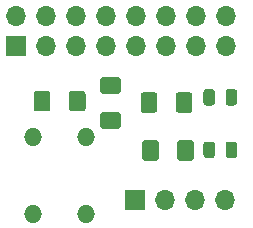
<source format=gts>
%TF.GenerationSoftware,KiCad,Pcbnew,(5.1.9)-1*%
%TF.CreationDate,2021-04-17T17:11:03+05:30*%
%TF.ProjectId,pihat,70696861-742e-46b6-9963-61645f706362,rev?*%
%TF.SameCoordinates,Original*%
%TF.FileFunction,Soldermask,Top*%
%TF.FilePolarity,Negative*%
%FSLAX46Y46*%
G04 Gerber Fmt 4.6, Leading zero omitted, Abs format (unit mm)*
G04 Created by KiCad (PCBNEW (5.1.9)-1) date 2021-04-17 17:11:03*
%MOMM*%
%LPD*%
G01*
G04 APERTURE LIST*
%ADD10R,1.700000X1.700000*%
%ADD11O,1.700000X1.700000*%
%ADD12O,1.524000X1.524000*%
G04 APERTURE END LIST*
D10*
%TO.C,J1*%
X217424000Y-33909000D03*
D11*
X217424000Y-31369000D03*
X219964000Y-33909000D03*
X219964000Y-31369000D03*
X222504000Y-33909000D03*
X222504000Y-31369000D03*
X225044000Y-33909000D03*
X225044000Y-31369000D03*
X227584000Y-33909000D03*
X227584000Y-31369000D03*
X230124000Y-33909000D03*
X230124000Y-31369000D03*
X232664000Y-33909000D03*
X232664000Y-31369000D03*
X235204000Y-33909000D03*
X235204000Y-31369000D03*
%TD*%
%TO.C,D1*%
G36*
G01*
X233290001Y-38746750D02*
X233290001Y-37834250D01*
G75*
G02*
X233533751Y-37590500I243750J0D01*
G01*
X234021251Y-37590500D01*
G75*
G02*
X234265001Y-37834250I0J-243750D01*
G01*
X234265001Y-38746750D01*
G75*
G02*
X234021251Y-38990500I-243750J0D01*
G01*
X233533751Y-38990500D01*
G75*
G02*
X233290001Y-38746750I0J243750D01*
G01*
G37*
G36*
G01*
X235165001Y-38746750D02*
X235165001Y-37834250D01*
G75*
G02*
X235408751Y-37590500I243750J0D01*
G01*
X235896251Y-37590500D01*
G75*
G02*
X236140001Y-37834250I0J-243750D01*
G01*
X236140001Y-38746750D01*
G75*
G02*
X235896251Y-38990500I-243750J0D01*
G01*
X235408751Y-38990500D01*
G75*
G02*
X235165001Y-38746750I0J243750D01*
G01*
G37*
%TD*%
%TO.C,D2*%
G36*
G01*
X233290001Y-43191750D02*
X233290001Y-42279250D01*
G75*
G02*
X233533751Y-42035500I243750J0D01*
G01*
X234021251Y-42035500D01*
G75*
G02*
X234265001Y-42279250I0J-243750D01*
G01*
X234265001Y-43191750D01*
G75*
G02*
X234021251Y-43435500I-243750J0D01*
G01*
X233533751Y-43435500D01*
G75*
G02*
X233290001Y-43191750I0J243750D01*
G01*
G37*
G36*
G01*
X235165001Y-43191750D02*
X235165001Y-42279250D01*
G75*
G02*
X235408751Y-42035500I243750J0D01*
G01*
X235896251Y-42035500D01*
G75*
G02*
X236140001Y-42279250I0J-243750D01*
G01*
X236140001Y-43191750D01*
G75*
G02*
X235896251Y-43435500I-243750J0D01*
G01*
X235408751Y-43435500D01*
G75*
G02*
X235165001Y-43191750I0J243750D01*
G01*
G37*
%TD*%
D12*
%TO.C,SW1*%
X218846400Y-48133000D03*
X218846400Y-41630600D03*
X223367600Y-48133000D03*
X223367600Y-41630600D03*
%TD*%
D10*
%TO.C,U1*%
X227457000Y-46990000D03*
D11*
X229997000Y-46990000D03*
X232537000Y-46990000D03*
X235077000Y-46990000D03*
%TD*%
%TO.C,R1*%
G36*
G01*
X220332000Y-37983000D02*
X220332000Y-39233000D01*
G75*
G02*
X220082000Y-39483000I-250000J0D01*
G01*
X219157000Y-39483000D01*
G75*
G02*
X218907000Y-39233000I0J250000D01*
G01*
X218907000Y-37983000D01*
G75*
G02*
X219157000Y-37733000I250000J0D01*
G01*
X220082000Y-37733000D01*
G75*
G02*
X220332000Y-37983000I0J-250000D01*
G01*
G37*
G36*
G01*
X223307000Y-37983000D02*
X223307000Y-39233000D01*
G75*
G02*
X223057000Y-39483000I-250000J0D01*
G01*
X222132000Y-39483000D01*
G75*
G02*
X221882000Y-39233000I0J250000D01*
G01*
X221882000Y-37983000D01*
G75*
G02*
X222132000Y-37733000I250000J0D01*
G01*
X223057000Y-37733000D01*
G75*
G02*
X223307000Y-37983000I0J-250000D01*
G01*
G37*
%TD*%
%TO.C,R2*%
G36*
G01*
X226050000Y-37996500D02*
X224800000Y-37996500D01*
G75*
G02*
X224550000Y-37746500I0J250000D01*
G01*
X224550000Y-36821500D01*
G75*
G02*
X224800000Y-36571500I250000J0D01*
G01*
X226050000Y-36571500D01*
G75*
G02*
X226300000Y-36821500I0J-250000D01*
G01*
X226300000Y-37746500D01*
G75*
G02*
X226050000Y-37996500I-250000J0D01*
G01*
G37*
G36*
G01*
X226050000Y-40971500D02*
X224800000Y-40971500D01*
G75*
G02*
X224550000Y-40721500I0J250000D01*
G01*
X224550000Y-39796500D01*
G75*
G02*
X224800000Y-39546500I250000J0D01*
G01*
X226050000Y-39546500D01*
G75*
G02*
X226300000Y-39796500I0J-250000D01*
G01*
X226300000Y-40721500D01*
G75*
G02*
X226050000Y-40971500I-250000J0D01*
G01*
G37*
%TD*%
%TO.C,R3*%
G36*
G01*
X227960500Y-39360000D02*
X227960500Y-38110000D01*
G75*
G02*
X228210500Y-37860000I250000J0D01*
G01*
X229135500Y-37860000D01*
G75*
G02*
X229385500Y-38110000I0J-250000D01*
G01*
X229385500Y-39360000D01*
G75*
G02*
X229135500Y-39610000I-250000J0D01*
G01*
X228210500Y-39610000D01*
G75*
G02*
X227960500Y-39360000I0J250000D01*
G01*
G37*
G36*
G01*
X230935500Y-39360000D02*
X230935500Y-38110000D01*
G75*
G02*
X231185500Y-37860000I250000J0D01*
G01*
X232110500Y-37860000D01*
G75*
G02*
X232360500Y-38110000I0J-250000D01*
G01*
X232360500Y-39360000D01*
G75*
G02*
X232110500Y-39610000I-250000J0D01*
G01*
X231185500Y-39610000D01*
G75*
G02*
X230935500Y-39360000I0J250000D01*
G01*
G37*
%TD*%
%TO.C,R4*%
G36*
G01*
X228087500Y-43424000D02*
X228087500Y-42174000D01*
G75*
G02*
X228337500Y-41924000I250000J0D01*
G01*
X229262500Y-41924000D01*
G75*
G02*
X229512500Y-42174000I0J-250000D01*
G01*
X229512500Y-43424000D01*
G75*
G02*
X229262500Y-43674000I-250000J0D01*
G01*
X228337500Y-43674000D01*
G75*
G02*
X228087500Y-43424000I0J250000D01*
G01*
G37*
G36*
G01*
X231062500Y-43424000D02*
X231062500Y-42174000D01*
G75*
G02*
X231312500Y-41924000I250000J0D01*
G01*
X232237500Y-41924000D01*
G75*
G02*
X232487500Y-42174000I0J-250000D01*
G01*
X232487500Y-43424000D01*
G75*
G02*
X232237500Y-43674000I-250000J0D01*
G01*
X231312500Y-43674000D01*
G75*
G02*
X231062500Y-43424000I0J250000D01*
G01*
G37*
%TD*%
M02*

</source>
